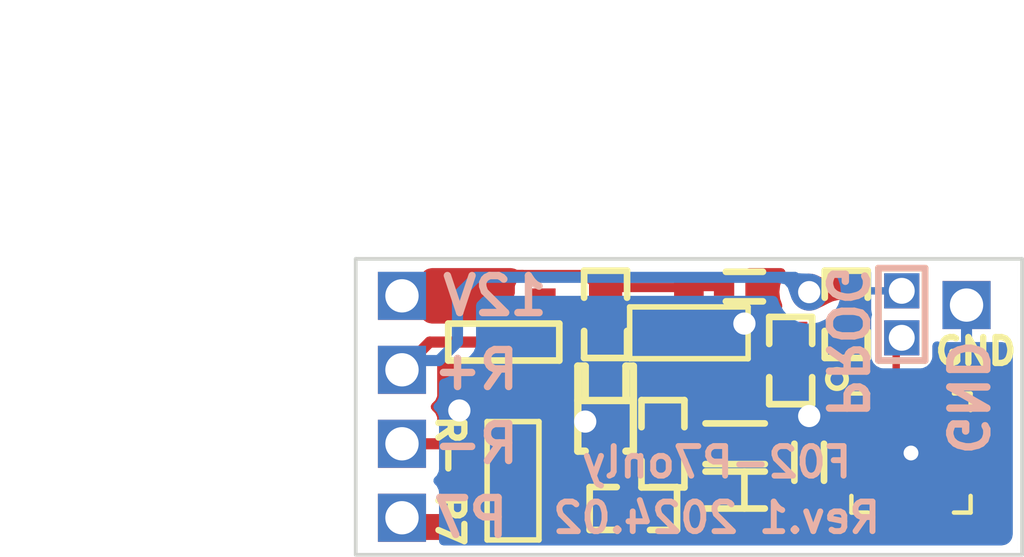
<source format=kicad_pcb>
(kicad_pcb (version 20221018) (generator pcbnew)
  (layers (0 "F.Cu" signal) (31 "B.Cu" signal) (34 "B.Paste" user) (35 "F.Paste" user) (36 "B.SilkS" user "B.Silkscreen") (37 "F.SilkS" user "F.Silkscreen") (38 "B.Mask" user) (39 "F.Mask" user) (44 "Edge.Cuts" user))
  (net 0 "")
  (net 1 "+5V")
  (net 2 "GND")
  (net 3 "+12V")
  (net 4 "RAIL-")
  (net 5 "RAIL+")
  (net 6 "Net-(D2-K)")
  (net 7 "Net-(J1-Pin_1)")
  (net 8 "UPDI")
  (net 9 "Func7")
  (net 10 "Net-(U1-PA2)")
  (net 11 "Net-(U1-PA4)")
  (net 12 "Func1")
  (net 13 "ABC+")
  (net 14 "FWD")
  (net 15 "Func3")
  (net 16 "Func5")
  (net 17 "Func4")
  (net 18 "TXD")
  (net 19 "DIR_JP")
  (net 20 "PWM")
  (net 21 "Func6")
  (net 22 "Func2")
  (net 23 "ABC-")
  (net 24 "REV")
  (net 25 "BEMF")
  (footprint "footprint:C_1005_v2" (layer "F.Cu") (at 113.5 83.75)
    (fp_text reference "C2" hide)
    (fp_text value "104" hide)
    (fp_line (start -0.5 -0.4) (end 0.5 -0.4) (stroke (width 0.18)) (layer "F.SilkS"))
    (fp_line (start 0.5 0.4) (end -0.5 0.4) (stroke (width 0.18)) (layer "F.SilkS"))
    (pad "1" smd rect (at -0.55 0) (size 0.55 0.5) (layers "F.Cu" "F.Paste" "F.Mask") (net 3 "+12V"))
    (pad "2" smd rect (at 0.55 0) (size 0.55 0.5) (layers "F.Cu" "F.Paste" "F.Mask") (net 2 "GND"))
  )
  (footprint "footprint:UMD2" (layer "F.Cu") (at 109.75 87.2 90)
    (fp_text reference "D2" hide)
    (fp_text value "UDZV5.6B" hide)
    (fp_line (start -1 -0.75) (end 1.3 -0.75) (stroke (width 0.2)) (layer "F.SilkS"))
    (fp_line (start -1 -0.55) (end -1 -0.75) (stroke (width 0.2)) (layer "F.SilkS"))
    (fp_line (start -1 0.55) (end -1 0.75) (stroke (width 0.2)) (layer "F.SilkS"))
    (fp_line (start -1 0.75) (end 1.3 0.75) (stroke (width 0.2)) (layer "F.SilkS"))
    (fp_line (start 0.37 -0.75) (end 0.37 0.75) (stroke (width 0.2)) (layer "F.SilkS"))
    (fp_line (start 0.37 -0.55) (end 1.3 -0.55) (stroke (width 0.2)) (layer "F.SilkS"))
    (fp_line (start 0.37 0.55) (end 1.3 0.55) (stroke (width 0.2)) (layer "F.SilkS"))
    (fp_line (start 1.3 -0.75) (end 1.3 -0.55) (stroke (width 0.2)) (layer "F.SilkS"))
    (fp_line (start 1.3 0.75) (end 1.3 0.55) (stroke (width 0.2)) (layer "F.SilkS"))
    (pad "1" smd rect (at 1.05 0 90) (size 0.8 0.9) (layers "F.Cu" "F.Paste" "F.Mask") (net 6 "Net-(D2-K)"))
    (pad "2" smd rect (at -1.05 0 90) (size 0.8 0.9) (layers "F.Cu" "F.Paste" "F.Mask") (net 2 "GND"))
  )
  (footprint "footprint:R_1608_v3" (layer "F.Cu") (at 111.3 88 90)
    (fp_text reference "R4" hide)
    (fp_text value "104" hide)
    (fp_line (start -1.18 -0.58) (end -1.18 0.58) (stroke (width 0.18)) (layer "F.SilkS"))
    (fp_line (start -1.18 0.58) (end -0.45 0.58) (stroke (width 0.18)) (layer "F.SilkS"))
    (fp_line (start -0.45 -0.58) (end -1.18 -0.58) (stroke (width 0.18)) (layer "F.SilkS"))
    (fp_line (start 0.45 -0.58) (end 1.18 -0.58) (stroke (width 0.18)) (layer "F.SilkS"))
    (fp_line (start 1.18 -0.58) (end 1.18 0.58) (stroke (width 0.18)) (layer "F.SilkS"))
    (fp_line (start 1.18 0.58) (end 0.45 0.58) (stroke (width 0.18)) (layer "F.SilkS"))
    (pad "1" smd rect (at -0.725 0 90) (size 0.65 0.9) (layers "F.Cu" "F.Paste" "F.Mask") (net 11 "Net-(U1-PA4)"))
    (pad "2" smd rect (at 0.725 0 90) (size 0.65 0.9) (layers "F.Cu" "F.Paste" "F.Mask") (net 2 "GND"))
  )
  (footprint "footprint:R_1608_v3" (layer "F.Cu") (at 114.75 85.75 -90)
    (fp_text reference "R3" hide)
    (fp_text value "104" hide)
    (fp_line (start -1.18 -0.58) (end -1.18 0.58) (stroke (width 0.18)) (layer "F.SilkS"))
    (fp_line (start -1.18 0.58) (end -0.45 0.58) (stroke (width 0.18)) (layer "F.SilkS"))
    (fp_line (start -0.45 -0.58) (end -1.18 -0.58) (stroke (width 0.18)) (layer "F.SilkS"))
    (fp_line (start 0.45 -0.58) (end 1.18 -0.58) (stroke (width 0.18)) (layer "F.SilkS"))
    (fp_line (start 1.18 -0.58) (end 1.18 0.58) (stroke (width 0.18)) (layer "F.SilkS"))
    (fp_line (start 1.18 0.58) (end 0.45 0.58) (stroke (width 0.18)) (layer "F.SilkS"))
    (pad "1" smd rect (at -0.725 0 270) (size 0.65 0.9) (layers "F.Cu" "F.Paste" "F.Mask") (net 10 "Net-(U1-PA2)"))
    (pad "2" smd rect (at 0.725 0 270) (size 0.65 0.9) (layers "F.Cu" "F.Paste" "F.Mask") (net 2 "GND"))
  )
  (footprint "footprint:C_1608" (layer "F.Cu") (at 113.25 88 180)
    (fp_text reference "C3" hide)
    (fp_text value "226" hide)
    (fp_line (start -0.8 -0.55) (end 0.8 -0.55) (stroke (width 0.18)) (layer "F.SilkS"))
    (fp_line (start 0.8 0.55) (end -0.8 0.55) (stroke (width 0.18)) (layer "F.SilkS"))
    (pad "1" smd rect (at -0.775 0 180) (size 0.8 0.8) (layers "F.Cu" "F.Paste" "F.Mask") (net 1 "+5V"))
    (pad "2" smd rect (at 0.775 0 180) (size 0.8 0.8) (layers "F.Cu" "F.Paste" "F.Mask") (net 2 "GND"))
  )
  (footprint "footprint:PAD_1.3x1.3_Hole0.9" (layer "F.Cu") (at 104.25 88 180)
    (fp_text reference "P2" hide)
    (fp_text value "PAD" hide)
    (pad "1" thru_hole rect (at 0 0 180) (size 1.3 1.3) (drill 0.9) (layers "*.Cu" "*.Mask") (net 4 "RAIL-"))
  )
  (footprint "footprint:PAD_1.3x1.3_Hole0.9" (layer "F.Cu") (at 104.25 86 180)
    (fp_text reference "P1" hide)
    (fp_text value "PAD" hide)
    (pad "1" thru_hole rect (at 0 0 180) (size 1.3 1.3) (drill 0.9) (layers "*.Cu" "*.Mask") (net 5 "RAIL+"))
  )
  (footprint "footprint:R_1608_v3" (layer "F.Cu") (at 110.5 89.75)
    (fp_text reference "R2" hide)
    (fp_text value "104" hide)
    (fp_line (start -1.18 -0.58) (end -1.18 0.58) (stroke (width 0.18)) (layer "F.SilkS"))
    (fp_line (start -1.18 0.58) (end -0.45 0.58) (stroke (width 0.18)) (layer "F.SilkS"))
    (fp_line (start -0.45 -0.58) (end -1.18 -0.58) (stroke (width 0.18)) (layer "F.SilkS"))
    (fp_line (start 0.45 -0.58) (end 1.18 -0.58) (stroke (width 0.18)) (layer "F.SilkS"))
    (fp_line (start 1.18 -0.58) (end 1.18 0.58) (stroke (width 0.18)) (layer "F.SilkS"))
    (fp_line (start 1.18 0.58) (end 0.45 0.58) (stroke (width 0.18)) (layer "F.SilkS"))
    (pad "1" smd rect (at -0.725 0) (size 0.65 0.9) (layers "F.Cu" "F.Paste" "F.Mask") (net 4 "RAIL-"))
    (pad "2" smd rect (at 0.725 0) (size 0.65 0.9) (layers "F.Cu" "F.Paste" "F.Mask") (net 11 "Net-(U1-PA4)"))
  )
  (footprint "footprint:C_1005_v2" (layer "F.Cu") (at 115.25 88.5 90)
    (fp_text reference "C1" hide)
    (fp_text value "104" hide)
    (fp_line (start -0.5 -0.4) (end 0.5 -0.4) (stroke (width 0.18)) (layer "F.SilkS"))
    (fp_line (start 0.5 0.4) (end -0.5 0.4) (stroke (width 0.18)) (layer "F.SilkS"))
    (pad "1" smd rect (at -0.55 0 90) (size 0.55 0.5) (layers "F.Cu" "F.Paste" "F.Mask") (net 1 "+5V"))
    (pad "2" smd rect (at 0.55 0 90) (size 0.55 0.5) (layers "F.Cu" "F.Paste" "F.Mask") (net 2 "GND"))
  )
  (footprint "footprint:PAD_1.3x1.3_Hole0.9" (layer "F.Cu") (at 104.25 90 180)
    (fp_text reference "J1" hide)
    (fp_text value "PAD" hide)
    (pad "1" thru_hole rect (at 0 0 180) (size 1.3 1.3) (drill 0.9) (layers "*.Cu" "*.Mask") (net 7 "Net-(J1-Pin_1)"))
  )
  (footprint "footprint:R_1608_v3" (layer "F.Cu") (at 109.75 84.5 -90)
    (fp_text reference "R5" hide)
    (fp_text value "472" hide)
    (fp_line (start -1.18 -0.58) (end -1.18 0.58) (stroke (width 0.18)) (layer "F.SilkS"))
    (fp_line (start -1.18 0.58) (end -0.45 0.58) (stroke (width 0.18)) (layer "F.SilkS"))
    (fp_line (start -0.45 -0.58) (end -1.18 -0.58) (stroke (width 0.18)) (layer "F.SilkS"))
    (fp_line (start 0.45 -0.58) (end 1.18 -0.58) (stroke (width 0.18)) (layer "F.SilkS"))
    (fp_line (start 1.18 -0.58) (end 1.18 0.58) (stroke (width 0.18)) (layer "F.SilkS"))
    (fp_line (start 1.18 0.58) (end 0.45 0.58) (stroke (width 0.18)) (layer "F.SilkS"))
    (pad "1" smd rect (at -0.725 0 270) (size 0.65 0.9) (layers "F.Cu" "F.Paste" "F.Mask") (net 3 "+12V"))
    (pad "2" smd rect (at 0.725 0 270) (size 0.65 0.9) (layers "F.Cu" "F.Paste" "F.Mask") (net 6 "Net-(D2-K)"))
  )
  (footprint "footprint:VQFN-20-1EP_3x3mm_P0.4mm_EP1.7x1.7mm" (layer "F.Cu") (at 118 88.25)
    (fp_text reference "U1" hide)
    (fp_text value "ATtiny1606-M" hide)
    (fp_line (start -1.61 1.61) (end -1.61 1.16) (stroke (width 0.12)) (layer "F.SilkS"))
    (fp_line (start -1.16 -1.61) (end -1.61 -1.61) (stroke (width 0.12)) (layer "F.SilkS"))
    (fp_line (start -1.16 1.61) (end -1.61 1.61) (stroke (width 0.12)) (layer "F.SilkS"))
    (fp_line (start 1.16 -1.61) (end 1.61 -1.61) (stroke (width 0.12)) (layer "F.SilkS"))
    (fp_line (start 1.16 1.61) (end 1.61 1.61) (stroke (width 0.12)) (layer "F.SilkS"))
    (fp_line (start 1.61 -1.61) (end 1.61 -1.16) (stroke (width 0.12)) (layer "F.SilkS"))
    (fp_line (start 1.61 1.61) (end 1.61 1.16) (stroke (width 0.12)) (layer "F.SilkS"))
    (pad "1" smd custom (at -1.45 -0.8) (size 0.143431 0.143431) (layers "F.Cu" "F.Paste" "F.Mask") (net 10 "Net-(U1-PA2)") (options (clearance outline) (anchor circle)) (primitives (gr_poly (pts (xy -0.35 -0.05) (xy 0.299289 -0.05) (xy 0.35 0.000711) (xy 0.35 0.05) (xy -0.35 0.05)) (width 0.1) (fill yes))))
    (pad "2" smd roundrect (at -1.45 -0.4) (size 0.8 0.2) (layers "F.Cu" "F.Paste" "F.Mask") (net 12 "Func1"))
    (pad "3" smd roundrect (at -1.45 0) (size 0.8 0.2) (layers "F.Cu" "F.Paste" "F.Mask") (net 2 "GND"))
    (pad "4" smd roundrect (at -1.45 0.4) (size 0.8 0.2) (layers "F.Cu" "F.Paste" "F.Mask") (net 1 "+5V"))
    (pad "5" smd custom (at -1.45 0.8) (size 0.143431 0.143431) (layers "F.Cu" "F.Paste" "F.Mask") (net 11 "Net-(U1-PA4)") (options (clearance outline) (anchor circle)) (primitives (gr_poly (pts (xy -0.35 -0.05) (xy 0.35 -0.05) (xy 0.35 -0.000711) (xy 0.299289 0.05) (xy -0.35 0.05)) (width 0.1) (fill yes))))
    (pad "6" smd custom (at -0.8 1.45) (size 0.143431 0.143431) (layers "F.Cu" "F.Paste" "F.Mask") (net 13 "ABC+") (options (clearance outline) (anchor circle)) (primitives (gr_poly (pts (xy -0.05 -0.299289) (xy 0.000711 -0.35) (xy 0.05 -0.35) (xy 0.05 0.35) (xy -0.05 0.35)) (width 0.1) (fill yes))))
    (pad "7" smd roundrect (at -0.4 1.45) (size 0.2 0.8) (layers "F.Cu" "F.Paste" "F.Mask") (net 14 "FWD"))
    (pad "8" smd roundrect (at 0 1.45) (size 0.2 0.8) (layers "F.Cu" "F.Paste" "F.Mask") (net 15 "Func3"))
    (pad "9" smd roundrect (at 0.4 1.45) (size 0.2 0.8) (layers "F.Cu" "F.Paste" "F.Mask") (net 16 "Func5"))
    (pad "10" smd custom (at 0.8 1.45) (size 0.143431 0.143431) (layers "F.Cu" "F.Paste" "F.Mask") (net 9 "Func7") (options (clearance outline) (anchor circle)) (primitives (gr_poly (pts (xy -0.05 -0.35) (xy -0.000711 -0.35) (xy 0.05 -0.299289) (xy 0.05 0.35) (xy -0.05 0.35)) (width 0.1) (fill yes))))
    (pad "11" smd custom (at 1.45 0.8) (size 0.143431 0.143431) (layers "F.Cu" "F.Paste" "F.Mask") (net 17 "Func4") (options (clearance outline) (anchor circle)) (primitives (gr_poly (pts (xy -0.35 -0.05) (xy 0.35 -0.05) (xy 0.35 0.05) (xy -0.299289 0.05) (xy -0.35 -0.000711)) (width 0.1) (fill yes))))
    (pad "12" smd roundrect (at 1.45 0.4) (size 0.8 0.2) (layers "F.Cu" "F.Paste" "F.Mask") (net 18 "TXD"))
    (pad "13" smd roundrect (at 1.45 0) (size 0.8 0.2) (layers "F.Cu" "F.Paste" "F.Mask") (net 19 "DIR_JP"))
    (pad "14" smd roundrect (at 1.45 -0.4) (size 0.8 0.2) (layers "F.Cu" "F.Paste" "F.Mask") (net 20 "PWM"))
    (pad "15" smd custom (at 1.45 -0.8) (size 0.143431 0.143431) (layers "F.Cu" "F.Paste" "F.Mask") (net 21 "Func6") (options (clearance outline) (anchor circle)) (primitives (gr_poly (pts (xy -0.35 0.000711) (xy -0.299289 -0.05) (xy 0.35 -0.05) (xy 0.35 0.05) (xy -0.35 0.05)) (width 0.1) (fill yes))))
    (pad "16" smd custom (at 0.8 -1.45) (size 0.143431 0.143431) (layers "F.Cu" "F.Paste" "F.Mask") (net 22 "Func2") (options (clearance outline) (anchor circle)) (primitives (gr_poly (pts (xy -0.05 -0.35) (xy 0.05 -0.35) (xy 0.05 0.299289) (xy -0.000711 0.35) (xy -0.05 0.35)) (width 0.1) (fill yes))))
    (pad "17" smd roundrect (at 0.4 -1.45) (size 0.2 0.8) (layers "F.Cu" "F.Paste" "F.Mask") (net 23 "ABC-"))
    (pad "18" smd roundrect (at 0 -1.45) (size 0.2 0.8) (layers "F.Cu" "F.Paste" "F.Mask") (net 24 "REV"))
    (pad "19" smd roundrect (at -0.4 -1.45) (size 0.2 0.8) (layers "F.Cu" "F.Paste" "F.Mask") (net 8 "UPDI"))
    (pad "20" smd custom (at -0.8 -1.45) (size 0.143431 0.143431) (layers "F.Cu" "F.Paste" "F.Mask") (net 25 "BEMF") (options (clearance outline) (anchor circle)) (primitives (gr_poly (pts (xy -0.05 -0.35) (xy 0.05 -0.35) (xy 0.05 0.35) (xy 0.000711 0.35) (xy -0.05 0.299289)) (width 0.1) (fill yes))))
    (pad "21" smd rect (at 0 0) (size 1.7 1.7) (layers "F.Cu" "F.Mask") (net 2 "GND"))
  )
  (footprint "footprint:SOT-23" (layer "F.Cu") (at 112 85)
    (fp_text reference "Q1" hide)
    (fp_text value "2SC4116" hide)
    (fp_line (start -1.6 -0.7) (end -1.6 0.7) (stroke (width 0.15)) (layer "F.SilkS"))
    (fp_line (start -1.6 0.7) (end 1.6 0.7) (stroke (width 0.15)) (layer "F.SilkS"))
    (fp_line (start 1.6 -0.7) (end -1.6 -0.7) (stroke (width 0.15)) (layer "F.SilkS"))
    (fp_line (start 1.6 0.7) (end 1.6 -0.7) (stroke (width 0.15)) (layer "F.SilkS"))
    (pad "1" smd rect (at -0.95 1.05) (size 0.8 1) (layers "F.Cu" "F.Paste" "F.Mask") (net 6 "Net-(D2-K)"))
    (pad "2" smd rect (at 0.95 1.05) (size 0.8 1) (layers "F.Cu" "F.Paste" "F.Mask") (net 1 "+5V"))
    (pad "3" smd rect (at 0 -1.05) (size 0.8 1) (layers "F.Cu" "F.Paste" "F.Mask") (net 3 "+12V"))
  )
  (footprint "footprint:R_1608_v3" (layer "F.Cu") (at 116.25 84.5 -90)
    (fp_text reference "R1" hide)
    (fp_text value "104" hide)
    (fp_line (start -1.18 -0.58) (end -1.18 0.58) (stroke (width 0.18)) (layer "F.SilkS"))
    (fp_line (start -1.18 0.58) (end -0.45 0.58) (stroke (width 0.18)) (layer "F.SilkS"))
    (fp_line (start -0.45 -0.58) (end -1.18 -0.58) (stroke (width 0.18)) (layer "F.SilkS"))
    (fp_line (start 0.45 -0.58) (end 1.18 -0.58) (stroke (width 0.18)) (layer "F.SilkS"))
    (fp_line (start 1.18 -0.58) (end 1.18 0.58) (stroke (width 0.18)) (layer "F.SilkS"))
    (fp_line (start 1.18 0.58) (end 0.45 0.58) (stroke (width 0.18)) (layer "F.SilkS"))
    (pad "1" smd rect (at -0.725 0 270) (size 0.65 0.9) (layers "F.Cu" "F.Paste" "F.Mask") (net 5 "RAIL+"))
    (pad "2" smd rect (at 0.725 0 270) (size 0.65 0.9) (layers "F.Cu" "F.Paste" "F.Mask") (net 10 "Net-(U1-PA2)"))
  )
  (footprint "footprint:SOT-23" (layer "F.Cu") (at 107.25 89 90)
    (fp_text reference "Qe" hide)
    (fp_text value "SSM3K7002CFU" hide)
    (fp_line (start -1.6 -0.7) (end -1.6 0.7) (stroke (width 0.15)) (layer "F.SilkS"))
    (fp_line (start -1.6 0.7) (end 1.6 0.7) (stroke (width 0.15)) (layer "F.SilkS"))
    (fp_line (start 1.6 -0.7) (end -1.6 -0.7) (stroke (width 0.15)) (layer "F.SilkS"))
    (fp_line (start 1.6 0.7) (end 1.6 -0.7) (stroke (width 0.15)) (layer "F.SilkS"))
    (pad "1" smd rect (at -0.95 1.05 90) (size 0.8 1) (layers "F.Cu" "F.Paste" "F.Mask") (net 9 "Func7"))
    (pad "2" smd rect (at 0.95 1.05 90) (size 0.8 1) (layers "F.Cu" "F.Paste" "F.Mask") (net 2 "GND"))
    (pad "3" smd rect (at 0 -1.05 90) (size 0.8 1) (layers "F.Cu" "F.Paste" "F.Mask") (net 7 "Net-(J1-Pin_1)"))
  )
  (footprint "footprint:PAD_1.3x1.3_Hole0.9" (layer "F.Cu") (at 104.25 84 180)
    (fp_text reference "P3" hide)
    (fp_text value "PAD" hide)
    (pad "1" thru_hole rect (at 0 0 180) (size 1.3 1.3) (drill 0.9) (layers "*.Cu" "*.Mask") (net 3 "+12V"))
  )
  (footprint "footprint:SOT-143" (layer "F.Cu") (at 107 85.25)
    (fp_text reference "D1" hide)
    (fp_text value "BAS3007" hide)
    (fp_line (start -1.5 -0.5) (end -1.5 0.5) (stroke (width 0.18)) (layer "F.SilkS"))
    (fp_line (start -1.5 -0.5) (end 1.5 -0.5) (stroke (width 0.18)) (layer "F.SilkS"))
    (fp_line (start 1.5 -0.5) (end 1.5 0.5) (stroke (width 0.18)) (layer "F.SilkS"))
    (fp_line (start 1.5 0.5) (end -1.5 0.5) (stroke (width 0.18)) (layer "F.SilkS"))
    (pad "1" smd rect (at -0.8 1) (size 1.2 0.9) (layers "F.Cu" "F.Paste" "F.Mask") (net 2 "GND"))
    (pad "2" smd rect (at 1 1) (size 0.8 0.9) (layers "F.Cu" "F.Paste" "F.Mask") (net 4 "RAIL-"))
    (pad "3" smd rect (at 1 -1) (size 0.8 0.9) (layers "F.Cu" "F.Paste" "F.Mask") (net 5 "RAIL+"))
    (pad "4" smd rect (at -1 -1) (size 0.8 0.9) (layers "F.Cu" "F.Paste" "F.Mask") (net 3 "+12V"))
  )
  (footprint "footprint:CP_1608" (layer "F.Cu") (at 113.25 89.25 180)
    (fp_text reference "C4" hide)
    (fp_text value "476" hide)
    (fp_line (start -0.8 -0.5) (end 0.8 -0.5) (stroke (width 0.18)) (layer "F.SilkS"))
    (fp_line (start -0.25 -0.5) (end -0.25 0.5) (stroke (width 0.18)) (layer "F.SilkS"))
    (fp_line (start 0.8 0.5) (end -0.8 0.5) (stroke (width 0.18)) (layer "F.SilkS"))
    (pad "1" smd rect (at -0.775 0 180) (size 0.8 0.7) (layers "F.Cu" "F.Paste" "F.Mask") (net 1 "+5V"))
    (pad "2" smd rect (at 0.775 0 180) (size 0.8 0.7) (layers "F.Cu" "F.Paste" "F.Mask") (net 2 "GND"))
  )
  (footprint "footprint:PAD_PROG_2PIN_HOLE0.7" (layer "F.Cu") (at 117.75 84.5 90)
    (fp_text reference "P5" hide)
    (fp_text value "PROG" hide)
    (fp_line (start -1.25 -0.63) (end -1.25 0.63) (stroke (width 0.18)) (layer "B.SilkS"))
    (fp_line (start -1.25 -0.63) (end 1.25 -0.63) (stroke (width 0.18)) (layer "B.SilkS"))
    (fp_line (start 1.25 -0.63) (end 1.25 0.63) (stroke (width 0.18)) (layer "B.SilkS"))
    (fp_line (start 1.25 0.63) (end -1.25 0.63) (stroke (width 0.18)) (layer "B.SilkS"))
    (fp_line (start -1.25 -0.63) (end -1.25 0.63) (stroke (width 0.18)) (layer "F.SilkS"))
    (fp_line (start -1.25 -0.63) (end 1.25 -0.63) (stroke (width 0.18)) (layer "F.SilkS"))
    (fp_line (start 1.25 -0.63) (end 1.25 0.63) (stroke (width 0.18)) (layer "F.SilkS"))
    (fp_line (start 1.25 0.63) (end -1.25 0.63) (stroke (width 0.18)) (layer "F.SilkS"))
    (pad "1" thru_hole rect (at -0.635 0 90) (size 0.95 0.95) (drill 0.7) (layers "*.Cu" "*.Mask") (net 8 "UPDI"))
    (pad "2" thru_hole rect (at 0.635 0 90) (size 0.95 0.95) (drill 0.7) (layers "*.Cu" "*.Mask") (net 2 "GND"))
  )
  (footprint "footprint:PAD_1.3x1.3_Hole0.9" (layer "F.Cu") (at 119.5 84.25)
    (fp_text reference "P4" hide)
    (fp_text value "PAD" hide)
    (pad "1" thru_hole rect (at 0 0) (size 1.3 1.3) (drill 0.9) (layers "*.Cu" "*.Mask") (net 2 "GND"))
  )
  (gr_circle (center 116 86.25) (end 116.25 86.25) (stroke (width 0.15)) (fill none) (layer "F.SilkS"))
  (gr_line (start 121 91) (end 121 83) (stroke (width 0.1)) (layer "Edge.Cuts"))
  (gr_line (start 103 91) (end 121 91) (stroke (width 0.1)) (layer "Edge.Cuts"))
  (gr_line (start 103 83) (end 103 91) (stroke (width 0.1)) (layer "Edge.Cuts"))
  (gr_line (start 121 83) (end 103 83) (stroke (width 0.1)) (layer "Edge.Cuts"))
  (gr_text "12V" (at 105.25 84) (layer "B.SilkS") (effects (font (size 1 1) (thickness 0.2) bold) (justify right mirror)))
  (gr_text "P7" (at 105 90) (layer "B.SilkS") (effects (font (size 1 1) (thickness 0.2) bold) (justify right mirror)))
  (gr_text "Rev.1 2024.02" (at 112.75 90) (layer "B.SilkS") (effects (font (size 0.8 0.8) (thickness 0.16) bold) (justify mirror)))
  (gr_text "F02-P7only" (at 112.75 88.5) (layer "B.SilkS") (effects (font (size 0.8 0.8) (thickness 0.16) bold) (justify mirror)))
  (gr_text "R+" (at 105 86) (layer "B.SilkS") (effects (font (size 1 1) (thickness 0.2) bold) (justify right mirror)))
  (gr_text "R-" (at 105 88) (layer "B.SilkS") (effects (font (size 1 1) (thickness 0.2) bold) (justify right mirror)))
  (gr_text "PROG" (at 116.25 85.25 -90) (layer "B.SilkS") (effects (font (size 1 1) (thickness 0.2) bold) (justify mirror)))
  (gr_text "GND" (at 119.5 86.75 -90) (layer "B.SilkS") (effects (font (size 1 1) (thickness 0.2) bold) (justify mirror)))
  (gr_text "R-" (at 105.55 88.05 270) (layer "F.SilkS") (effects (font (size 0.7 0.7) (thickness 0.17) bold)))
  (gr_text "GND" (at 119.75 85.5) (layer "F.SilkS") (effects (font (size 0.7 0.7) (thickness 0.17) bold)))
  (gr_text "P7" (at 105.55 90.05 270) (layer "F.SilkS") (effects (font (size 0.7 0.7) (thickness 0.17) bold)))
  (segment (start 114.025 89) (end 114.025 87.75) (width 0.4) (layer "F.Cu") (net 1))
  (segment (start 116.55 88.65) (end 115.65 88.65) (width 0.2) (layer "F.Cu") (net 1))
  (segment (start 113.1 86.825) (end 113.1 86.2) (width 0.4) (layer "F.Cu") (net 1))
  (segment (start 115.65 88.65) (end 115.25 89.05) (width 0.2) (layer "F.Cu") (net 1))
  (segment (start 114.225 89.05) (end 114.025 89.25) (width 0.3) (layer "F.Cu") (net 1))
  (segment (start 115.25 89.05) (end 114.225 89.05) (width 0.3) (layer "F.Cu") (net 1))
  (segment (start 113.1 86.2) (end 112.95 86.05) (width 0.4) (layer "F.Cu") (net 1))
  (segment (start 114.025 87.75) (end 113.1 86.825) (width 0.4) (layer "F.Cu") (net 1))
  (segment (start 112 85) (end 112 87.525) (width 0.2) (layer "F.Cu") (net 2))
  (segment (start 111.25 85) (end 112 85) (width 0.2) (layer "F.Cu") (net 2))
  (segment (start 108.8 85.2) (end 108.8 84.7) (width 0.2) (layer "F.Cu") (net 2))
  (segment (start 106.75 86) (end 107.5 85.25) (width 0.25) (layer "F.Cu") (net 2))
  (segment (start 105.95 86) (end 106.75 86) (width 0.3) (layer "F.Cu") (net 2))
  (segment (start 113.25 85) (end 113.5 84.75) (width 0.2) (layer "F.Cu") (net 2))
  (segment (start 108.8 84.7) (end 109 84.5) (width 0.2) (layer "F.Cu") (net 2))
  (segment (start 112 87.525) (end 112.475 88) (width 0.2) (layer "F.Cu") (net 2))
  (segment (start 112 85) (end 113.25 85) (width 0.2) (layer "F.Cu") (net 2))
  (segment (start 107.5 85.25) (end 108.75 85.25) (width 0.2) (layer "F.Cu") (net 2))
  (segment (start 108.75 85.25) (end 108.8 85.2) (width 0.2) (layer "F.Cu") (net 2))
  (segment (start 116.55 88.25) (end 115.55 88.25) (width 0.2) (layer "F.Cu") (net 2))
  (segment (start 115.55 88.25) (end 115.25 87.95) (width 0.2) (layer "F.Cu") (net 2))
  (segment (start 109 84.5) (end 110.75 84.5) (width 0.2) (layer "F.Cu") (net 2))
  (segment (start 116.55 88.25) (end 118 88.25) (width 0.2) (layer "F.Cu") (net 2))
  (segment (start 117.05 88.25) (end 116.5 88.25) (width 0.2) (layer "F.Cu") (net 2))
  (segment (start 110.75 84.5) (end 111.25 85) (width 0.2) (layer "F.Cu") (net 2))
  (segment (start 115.25 87.95) (end 115.25 86.975) (width 0.2) (layer "F.Cu") (net 2))
  (segment (start 115.25 86.975) (end 114.75 86.475) (width 0.2) (layer "F.Cu") (net 2))
  (via (at 118 88.25) (size 0.8) (drill 0.4) (layers "F.Cu" "B.Cu") (net 2))
  (via (at 109.2 87.4) (size 1) (drill 0.6) (layers "F.Cu" "B.Cu") (net 2))
  (via (at 105.8 87.1) (size 0.9) (drill 0.6) (layers "F.Cu" "B.Cu") (net 2))
  (via (at 113.5 84.75) (size 0.9) (drill 0.6) (layers "F.Cu" "B.Cu") (net 2))
  (via (at 115.25 87.25) (size 0.9) (drill 0.6) (layers "F.Cu" "B.Cu") (net 2))
  (segment (start 113 88) (end 115.25 88) (width 0.2) (layer "B.Cu") (net 2))
  (segment (start 109.2 87.4) (end 109.3 87.5) (width 0.2) (layer "B.Cu") (net 2))
  (segment (start 117.75 83.865) (end 116.635 83.865) (width 0.2) (layer "B.Cu") (net 2))
  (segment (start 119.5 86.5) (end 118.75 87.25) (width 0.2) (layer "B.Cu") (net 2))
  (segment (start 112.5 87.5) (end 113 88) (width 0.2) (layer "B.Cu") (net 2))
  (segment (start 116.5 84) (end 116.5 88) (width 0.2) (layer "B.Cu") (net 2))
  (segment (start 109.3 87.5) (end 112.5 87.5) (width 0.2) (layer "B.Cu") (net 2))
  (segment (start 108.8 87) (end 105.8 87) (width 0.2) (layer "B.Cu") (net 2))
  (segment (start 118.75 88.25) (end 118 88.25) (width 0.4) (layer "B.Cu") (net 2))
  (segment (start 119.5 84.25) (end 119.5 86.5) (width 0.3) (layer "B.Cu") (net 2))
  (segment (start 118.75 87.25) (end 118.75 88.25) (width 0.2) (layer "B.Cu") (net 2))
  (segment (start 115.25 88) (end 115.25 87.25) (width 0.2) (layer "B.Cu") (net 2))
  (segment (start 113.5 85.5) (end 113.5 84.75) (width 0.2) (layer "B.Cu") (net 2))
  (segment (start 116.635 83.865) (end 116.5 84) (width 0.2) (layer "B.Cu") (net 2))
  (segment (start 109.2 87.4) (end 108.8 87) (width 0.2) (layer "B.Cu") (net 2))
  (segment (start 120 89.5) (end 118.75 88.25) (width 0.4) (layer "B.Cu") (net 2))
  (segment (start 118.25 88) (end 115.25 88) (width 0.2) (layer "B.Cu") (net 2))
  (segment (start 115.25 87.25) (end 113.5 85.5) (width 0.2) (layer "B.Cu") (net 2))
  (segment (start 112.95 83.75) (end 112.2 83.75) (width 0.25) (layer "F.Cu") (net 3))
  (segment (start 109.15 83.4) (end 109.525 83.775) (width 0.2) (layer "F.Cu") (net 3))
  (segment (start 107.5 83.4) (end 109.15 83.4) (width 0.2) (layer "F.Cu") (net 3))
  (segment (start 111.825 83.775) (end 112 83.95) (width 0.25) (layer "F.Cu") (net 3))
  (segment (start 109.525 83.775) (end 109.75 83.775) (width 0.2) (layer "F.Cu") (net 3))
  (segment (start 106.5 83.75) (end 106 84.25) (width 0.2) (layer "F.Cu") (net 3))
  (segment (start 107.5 83.4) (end 107.35 83.4) (width 0.2) (layer "F.Cu") (net 3))
  (segment (start 107.35 83.4) (end 107 83.75) (width 0.2) (layer "F.Cu") (net 3))
  (segment (start 109.75 83.775) (end 111.825 83.775) (width 0.25) (layer "F.Cu") (net 3))
  (segment (start 105.85 83.4) (end 105.75 83.5) (width 0.2) (layer "F.Cu") (net 3))
  (segment (start 107 83.75) (end 106.5 83.75) (width 0.2) (layer "F.Cu") (net 3))
  (segment (start 112.2 83.75) (end 112 83.95) (width 0.25) (layer "F.Cu") (net 3))
  (segment (start 105.75 84) (end 104 84) (width 0.5) (layer "F.Cu") (net 3))
  (segment (start 107.5 83.4) (end 105.85 83.4) (width 0.2) (layer "F.Cu") (net 3))
  (segment (start 107.75 86.4) (end 107.75 86.25) (width 0.3) (layer "F.Cu") (net 4))
  (segment (start 107.25 88) (end 107.25 87) (width 0.3) (layer "F.Cu") (net 4))
  (segment (start 109.0125 89) (end 107.5 89) (width 0.3) (layer "F.Cu") (net 4))
  (segment (start 107.25 88.75) (end 107.25 88) (width 0.3) (layer "F.Cu") (net 4))
  (segment (start 107.25 88) (end 104.25 88) (width 0.3) (layer "F.Cu") (net 4))
  (segment (start 109.7625 89.75) (end 109.0125 89) (width 0.3) (layer "F.Cu") (net 4))
  (segment (start 107.5 89) (end 107.25 88.75) (width 0.3) (layer "F.Cu") (net 4))
  (segment (start 107.25 87) (end 108 86.25) (width 0.3) (layer "F.Cu") (net 4))
  (segment (start 108 86.25) (end 108.25 86.5) (width 0.25) (layer "F.Cu") (net 4))
  (segment (start 109.775 89.75) (end 109.7625 89.75) (width 0.3) (layer "F.Cu") (net 4))
  (segment (start 105 85.25) (end 106.5 85.25) (width 0.3) (layer "F.Cu") (net 5))
  (segment (start 107.75 84.5) (end 108 84.25) (width 0.3) (layer "F.Cu") (net 5))
  (segment (start 116.375 83.9) (end 116.5 83.775) (width 0.3) (layer "F.Cu") (net 5))
  (segment (start 115.25 83.9) (end 116.375 83.9) (width 0.4) (layer "F.Cu") (net 5))
  (segment (start 107.25 84.5) (end 107.75 84.5) (width 0.3) (layer "F.Cu") (net 5))
  (segment (start 105 85.25) (end 104.25 86) (width 0.3) (layer "F.Cu") (net 5))
  (segment (start 106.5 85.25) (end 107.25 84.5) (width 0.3) (layer "F.Cu") (net 5))
  (via (at 115.25 83.9) (size 1) (drill 0.6) (layers "F.Cu" "B.Cu") (net 5))
  (segment (start 115.25 83.9) (end 114.85 83.5) (width 0.3) (layer "B.Cu") (net 5))
  (segment (start 106.25 83.5) (end 105.75 84) (width 0.3) (layer "B.Cu") (net 5))
  (segment (start 104.5 85.75) (end 104.25 86) (width 0.3) (layer "B.Cu") (net 5))
  (segment (start 114.85 83.5) (end 106.25 83.5) (width 0.3) (layer "B.Cu") (net 5))
  (segment (start 105.25 85.75) (end 104.5 85.75) (width 0.3) (layer "B.Cu") (net 5))
  (segment (start 105.25 85.75) (end 105.75 85.25) (width 0.3) (layer "B.Cu") (net 5))
  (segment (start 105.75 84) (end 105.75 85.25) (width 0.3) (layer "B.Cu") (net 5))
  (segment (start 109.75 86.2) (end 110.9 86.2) (width 0.25) (layer "F.Cu") (net 6))
  (segment (start 110.9 86.2) (end 111.05 86.05) (width 0.25) (layer "F.Cu") (net 6))
  (segment (start 109.75 86.2) (end 109.75 85.225) (width 0.25) (layer "F.Cu") (net 6))
  (segment (start 106.2 89) (end 106.2 89.8) (width 0.7) (layer "F.Cu") (net 7))
  (segment (start 105.75 90.25) (end 104.25 90.25) (width 0.7) (layer "F.Cu") (net 7))
  (segment (start 104.25 90.25) (end 104 90) (width 0.3) (layer "F.Cu") (net 7))
  (segment (start 106.2 89.8) (end 105.75 90.25) (width 0.7) (layer "F.Cu") (net 7))
  (segment (start 117.6 86.8) (end 117.6 85.285) (width 0.2) (layer "F.Cu") (net 8))
  (segment (start 117.6 85.285) (end 117.75 85.135) (width 0.2) (layer "F.Cu") (net 8))
  (segment (start 118.8 90.3) (end 118.8 89.7) (width 0.2) (layer "F.Cu") (net 9))
  (segment (start 108.95 90.6) (end 118.5 90.6) (width 0.2) (layer "F.Cu") (net 9))
  (segment (start 108.3 89.95) (end 108.95 90.6) (width 0.2) (layer "F.Cu") (net 9))
  (segment (start 118.5 90.6) (end 118.8 90.3) (width 0.2) (layer "F.Cu") (net 9))
  (segment (start 116.5 86.3) (end 116.25 86.55) (width 0.2) (layer "F.Cu") (net 10))
  (segment (start 116.5 85.225) (end 116.5 86.3) (width 0.2) (layer "F.Cu") (net 10))
  (segment (start 115 85.025) (end 116.3 85.025) (width 0.2) (layer "F.Cu") (net 10))
  (segment (start 116.55 87.45) (end 116.3 87.45) (width 0.2) (layer "F.Cu") (net 10))
  (segment (start 116.3 85.025) (end 116.5 85.225) (width 0.2) (layer "F.Cu") (net 10))
  (segment (start 116.25 86.55) (end 116.25 87.45) (width 0.2) (layer "F.Cu") (net 10))
  (segment (start 111.25 90) (end 116.05 90) (width 0.2) (layer "F.Cu") (net 11))
  (segment (start 111.25 88.725) (end 111.25 90) (width 0.2) (layer "F.Cu") (net 11))
  (segment (start 116.3 89.75) (end 116.15 89.9) (width 0.2) (layer "F.Cu") (net 11))
  (segment (start 116.05 90) (end 116.15 89.9) (width 0.2) (layer "F.Cu") (net 11))
  (segment (start 116.3 89.05) (end 116.3 89.75) (width 0.2) (layer "F.Cu") (net 11))
  (zone (net 2) (net_name "GND") (layer "F.Cu") (connect_pads yes (clearance 0.3)) (min_thickness 0.25) (fill yes (thermal_gap 0.25) (thermal_bridge_width 0.25) (smoothing fillet) (radius 0.3))
    (polygon (pts (xy 108.5 84.25) (xy 111.75 84.25) (xy 111.75 83.25) (xy 112.5 83.25) (xy 112.5 83.75) (xy 113 83.75) (xy 113 83.25) (xy 116 83.25) (xy 116 90.75) (xy 115.25 90.75) (xy 115.25 90.25) (xy 114 90.25) (xy 114 90.75) (xy 111.95 90.75) (xy 111.95 89) (xy 107.25 89) (xy 107.25 90.75) (xy 103.25 90.75) (xy 103.25 83.25) (xy 108.5 83.25)))
  )
  (zone (net 3) (net_name "+12V") (layer "F.Cu") (priority 1) (connect_pads yes (clearance 0.3)) (min_thickness 0.25) (fill yes (thermal_gap 0.25) (thermal_bridge_width 0.25) (smoothing fillet) (radius 0.3))
    (polygon (pts (xy 107.5 83.25) (xy 107.5 84.75) (xy 104.75 84.75) (xy 104.75 83.25)))
  )
  (zone (net 2) (net_name "GND") (layer "B.Cu") (connect_pads no (clearance 0.35)) (min_thickness 0.25) (fill yes (thermal_gap 0.25) (thermal_bridge_width 0.25) (smoothing fillet) (radius 0.3))
    (polygon (pts (xy 119 85.25) (xy 119 83.25) (xy 103.25 83.25) (xy 103.25 90.75) (xy 120.75 90.75) (xy 120.75 85.25)))
  )
)
</source>
